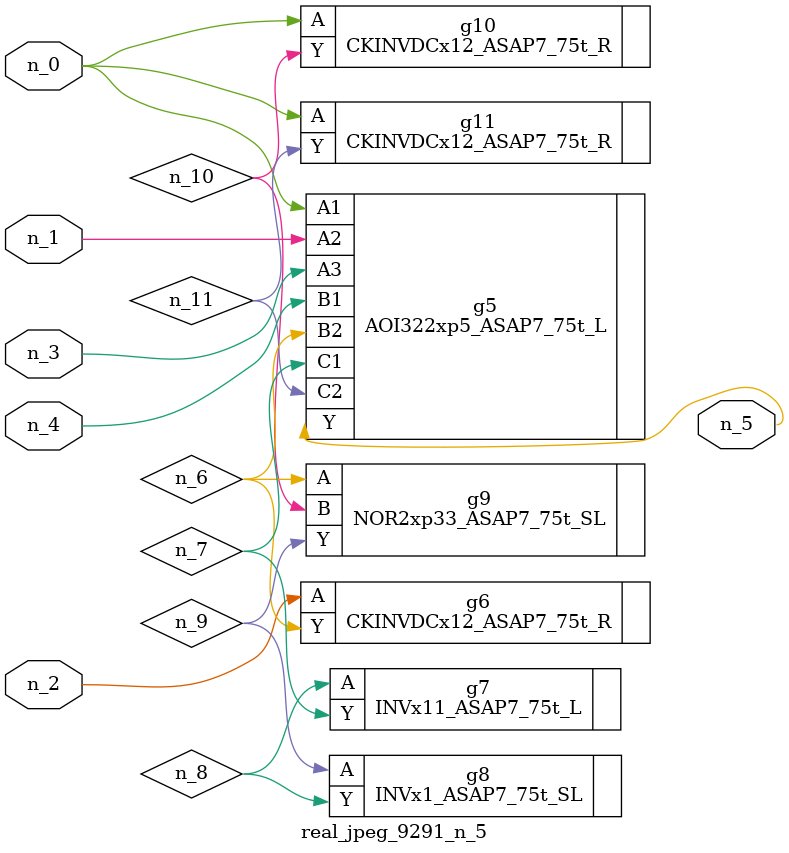
<source format=v>
module real_jpeg_9291_n_5 (n_4, n_0, n_1, n_2, n_3, n_5);

input n_4;
input n_0;
input n_1;
input n_2;
input n_3;

output n_5;

wire n_8;
wire n_11;
wire n_6;
wire n_7;
wire n_10;
wire n_9;

AOI322xp5_ASAP7_75t_L g5 ( 
.A1(n_0),
.A2(n_1),
.A3(n_3),
.B1(n_4),
.B2(n_6),
.C1(n_7),
.C2(n_11),
.Y(n_5)
);

CKINVDCx12_ASAP7_75t_R g10 ( 
.A(n_0),
.Y(n_10)
);

CKINVDCx12_ASAP7_75t_R g11 ( 
.A(n_0),
.Y(n_11)
);

CKINVDCx12_ASAP7_75t_R g6 ( 
.A(n_2),
.Y(n_6)
);

NOR2xp33_ASAP7_75t_SL g9 ( 
.A(n_6),
.B(n_10),
.Y(n_9)
);

INVx11_ASAP7_75t_L g7 ( 
.A(n_8),
.Y(n_7)
);

INVx1_ASAP7_75t_SL g8 ( 
.A(n_9),
.Y(n_8)
);


endmodule
</source>
